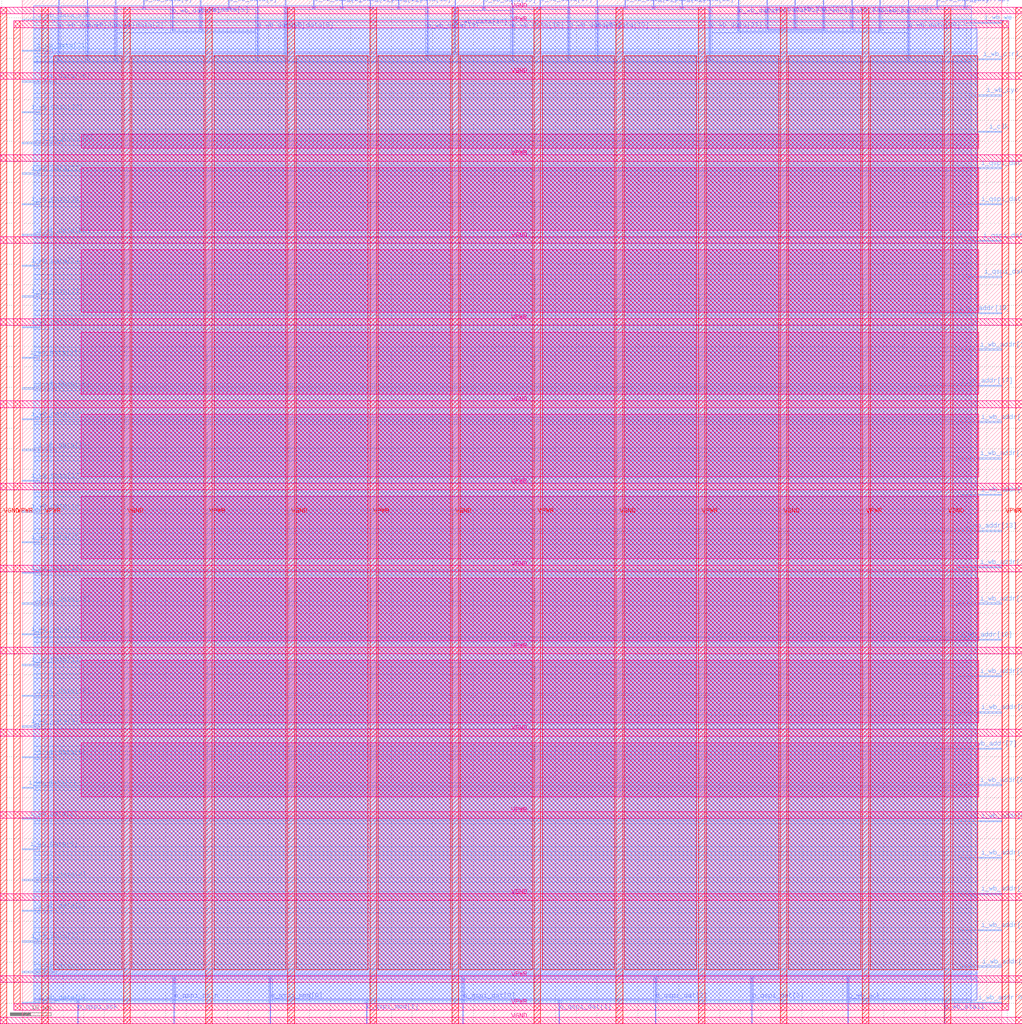
<source format=lef>
VERSION 5.7 ;
  NOWIREEXTENSIONATPIN ON ;
  DIVIDERCHAR "/" ;
  BUSBITCHARS "[]" ;
MACRO wbqspiflash
  CLASS BLOCK ;
  FOREIGN wbqspiflash ;
  ORIGIN 0.000 0.000 ;
  SIZE 238.635 BY 249.355 ;
  PIN VGND
    DIRECTION INOUT ;
    USE GROUND ;
    PORT
      LAYER met4 ;
        RECT -5.380 -0.020 -3.780 247.540 ;
    END
    PORT
      LAYER met5 ;
        RECT -5.380 -0.020 243.660 1.580 ;
    END
    PORT
      LAYER met5 ;
        RECT -5.380 245.940 243.660 247.540 ;
    END
    PORT
      LAYER met4 ;
        RECT 242.060 -0.020 243.660 247.540 ;
    END
    PORT
      LAYER met4 ;
        RECT 24.720 -0.020 26.320 247.540 ;
    END
    PORT
      LAYER met4 ;
        RECT 64.720 -0.020 66.320 247.540 ;
    END
    PORT
      LAYER met4 ;
        RECT 104.720 -0.020 106.320 247.540 ;
    END
    PORT
      LAYER met4 ;
        RECT 144.720 -0.020 146.320 247.540 ;
    END
    PORT
      LAYER met4 ;
        RECT 184.720 -0.020 186.320 247.540 ;
    END
    PORT
      LAYER met4 ;
        RECT 224.720 -0.020 226.320 247.540 ;
    END
    PORT
      LAYER met5 ;
        RECT -5.380 30.080 243.660 31.680 ;
    END
    PORT
      LAYER met5 ;
        RECT -5.380 70.080 243.660 71.680 ;
    END
    PORT
      LAYER met5 ;
        RECT -5.380 110.080 243.660 111.680 ;
    END
    PORT
      LAYER met5 ;
        RECT -5.380 150.080 243.660 151.680 ;
    END
    PORT
      LAYER met5 ;
        RECT -5.380 190.080 243.660 191.680 ;
    END
    PORT
      LAYER met5 ;
        RECT -5.380 230.080 243.660 231.680 ;
    END
  END VGND
  PIN VPWR
    DIRECTION INOUT ;
    USE POWER ;
    PORT
      LAYER met4 ;
        RECT -2.080 3.280 -0.480 244.240 ;
    END
    PORT
      LAYER met5 ;
        RECT -2.080 3.280 240.360 4.880 ;
    END
    PORT
      LAYER met5 ;
        RECT -2.080 242.640 240.360 244.240 ;
    END
    PORT
      LAYER met4 ;
        RECT 238.760 3.280 240.360 244.240 ;
    END
    PORT
      LAYER met4 ;
        RECT 4.720 -0.020 6.320 247.540 ;
    END
    PORT
      LAYER met4 ;
        RECT 44.720 -0.020 46.320 247.540 ;
    END
    PORT
      LAYER met4 ;
        RECT 84.720 -0.020 86.320 247.540 ;
    END
    PORT
      LAYER met4 ;
        RECT 124.720 -0.020 126.320 247.540 ;
    END
    PORT
      LAYER met4 ;
        RECT 164.720 -0.020 166.320 247.540 ;
    END
    PORT
      LAYER met4 ;
        RECT 204.720 -0.020 206.320 247.540 ;
    END
    PORT
      LAYER met5 ;
        RECT -5.380 10.080 243.660 11.680 ;
    END
    PORT
      LAYER met5 ;
        RECT -5.380 50.080 243.660 51.680 ;
    END
    PORT
      LAYER met5 ;
        RECT -5.380 90.080 243.660 91.680 ;
    END
    PORT
      LAYER met5 ;
        RECT -5.380 130.080 243.660 131.680 ;
    END
    PORT
      LAYER met5 ;
        RECT -5.380 170.080 243.660 171.680 ;
    END
    PORT
      LAYER met5 ;
        RECT -5.380 210.080 243.660 211.680 ;
    END
  END VPWR
  PIN i_clk
    DIRECTION INPUT ;
    USE SIGNAL ;
    PORT
      LAYER met3 ;
        RECT 232.460 217.110 238.635 217.410 ;
    END
  END i_clk
  PIN i_qspi_dat[0]
    DIRECTION INPUT ;
    USE SIGNAL ;
    PORT
      LAYER met3 ;
        RECT 229.910 181.750 238.635 182.050 ;
    END
  END i_qspi_dat[0]
  PIN i_qspi_dat[1]
    DIRECTION INPUT ;
    USE SIGNAL ;
    PORT
      LAYER met3 ;
        RECT 229.450 190.590 238.635 190.890 ;
    END
  END i_qspi_dat[1]
  PIN i_qspi_dat[2]
    DIRECTION INPUT ;
    USE SIGNAL ;
    PORT
      LAYER met3 ;
        RECT 228.530 199.430 238.635 199.730 ;
    END
  END i_qspi_dat[2]
  PIN i_qspi_dat[3]
    DIRECTION INPUT ;
    USE SIGNAL ;
    PORT
      LAYER met3 ;
        RECT 228.530 208.270 238.635 208.570 ;
    END
  END i_qspi_dat[3]
  PIN i_wb_addr[0]
    DIRECTION INPUT ;
    USE SIGNAL ;
    PORT
      LAYER met3 ;
        RECT 227.150 4.950 238.635 5.250 ;
    END
  END i_wb_addr[0]
  PIN i_wb_addr[10]
    DIRECTION INPUT ;
    USE SIGNAL ;
    PORT
      LAYER met3 ;
        RECT 218.410 93.350 238.635 93.650 ;
    END
  END i_wb_addr[10]
  PIN i_wb_addr[11]
    DIRECTION INPUT ;
    USE SIGNAL ;
    PORT
      LAYER met3 ;
        RECT 228.070 102.190 238.635 102.490 ;
    END
  END i_wb_addr[11]
  PIN i_wb_addr[12]
    DIRECTION INPUT ;
    USE SIGNAL ;
    PORT
      LAYER met3 ;
        RECT 228.070 111.030 238.635 111.330 ;
    END
  END i_wb_addr[12]
  PIN i_wb_addr[13]
    DIRECTION INPUT ;
    USE SIGNAL ;
    PORT
      LAYER met3 ;
        RECT 220.710 119.870 238.635 120.170 ;
    END
  END i_wb_addr[13]
  PIN i_wb_addr[14]
    DIRECTION INPUT ;
    USE SIGNAL ;
    PORT
      LAYER met3 ;
        RECT 228.530 128.710 238.635 129.010 ;
    END
  END i_wb_addr[14]
  PIN i_wb_addr[15]
    DIRECTION INPUT ;
    USE SIGNAL ;
    PORT
      LAYER met3 ;
        RECT 228.070 137.550 238.635 137.850 ;
    END
  END i_wb_addr[15]
  PIN i_wb_addr[16]
    DIRECTION INPUT ;
    USE SIGNAL ;
    PORT
      LAYER met3 ;
        RECT 228.530 146.390 238.635 146.690 ;
    END
  END i_wb_addr[16]
  PIN i_wb_addr[17]
    DIRECTION INPUT ;
    USE SIGNAL ;
    PORT
      LAYER met3 ;
        RECT 218.870 155.230 238.635 155.530 ;
    END
  END i_wb_addr[17]
  PIN i_wb_addr[18]
    DIRECTION INPUT ;
    USE SIGNAL ;
    PORT
      LAYER met3 ;
        RECT 228.070 164.070 238.635 164.370 ;
    END
  END i_wb_addr[18]
  PIN i_wb_addr[19]
    DIRECTION INPUT ;
    USE SIGNAL ;
    PORT
      LAYER met3 ;
        RECT 217.490 172.910 238.635 173.210 ;
    END
  END i_wb_addr[19]
  PIN i_wb_addr[1]
    DIRECTION INPUT ;
    USE SIGNAL ;
    PORT
      LAYER met3 ;
        RECT 228.990 13.790 238.635 14.090 ;
    END
  END i_wb_addr[1]
  PIN i_wb_addr[2]
    DIRECTION INPUT ;
    USE SIGNAL ;
    PORT
      LAYER met3 ;
        RECT 228.530 22.630 238.635 22.930 ;
    END
  END i_wb_addr[2]
  PIN i_wb_addr[3]
    DIRECTION INPUT ;
    USE SIGNAL ;
    PORT
      LAYER met3 ;
        RECT 228.530 31.470 238.635 31.770 ;
    END
  END i_wb_addr[3]
  PIN i_wb_addr[4]
    DIRECTION INPUT ;
    USE SIGNAL ;
    PORT
      LAYER met3 ;
        RECT 228.530 40.310 238.635 40.610 ;
    END
  END i_wb_addr[4]
  PIN i_wb_addr[5]
    DIRECTION INPUT ;
    USE SIGNAL ;
    PORT
      LAYER met3 ;
        RECT 228.530 49.150 238.635 49.450 ;
    END
  END i_wb_addr[5]
  PIN i_wb_addr[6]
    DIRECTION INPUT ;
    USE SIGNAL ;
    PORT
      LAYER met3 ;
        RECT 228.070 57.990 238.635 58.290 ;
    END
  END i_wb_addr[6]
  PIN i_wb_addr[7]
    DIRECTION INPUT ;
    USE SIGNAL ;
    PORT
      LAYER met3 ;
        RECT 222.550 66.830 238.635 67.130 ;
    END
  END i_wb_addr[7]
  PIN i_wb_addr[8]
    DIRECTION INPUT ;
    USE SIGNAL ;
    PORT
      LAYER met3 ;
        RECT 228.530 75.670 238.635 75.970 ;
    END
  END i_wb_addr[8]
  PIN i_wb_addr[9]
    DIRECTION INPUT ;
    USE SIGNAL ;
    PORT
      LAYER met3 ;
        RECT 228.070 84.510 238.635 84.810 ;
    END
  END i_wb_addr[9]
  PIN i_wb_ctrl_stb
    DIRECTION INPUT ;
    USE SIGNAL ;
    PORT
      LAYER met3 ;
        RECT 229.450 234.790 238.635 235.090 ;
    END
  END i_wb_ctrl_stb
  PIN i_wb_cyc
    DIRECTION INPUT ;
    USE SIGNAL ;
    PORT
      LAYER met3 ;
        RECT 231.290 225.950 238.635 226.250 ;
    END
  END i_wb_cyc
  PIN i_wb_data[0]
    DIRECTION INPUT ;
    USE SIGNAL ;
    PORT
      LAYER met3 ;
        RECT 0.000 4.950 7.910 5.250 ;
    END
  END i_wb_data[0]
  PIN i_wb_data[10]
    DIRECTION INPUT ;
    USE SIGNAL ;
    PORT
      LAYER met3 ;
        RECT 0.000 79.750 7.910 80.050 ;
    END
  END i_wb_data[10]
  PIN i_wb_data[11]
    DIRECTION INPUT ;
    USE SIGNAL ;
    PORT
      LAYER met3 ;
        RECT 0.000 87.230 4.230 87.530 ;
    END
  END i_wb_data[11]
  PIN i_wb_data[12]
    DIRECTION INPUT ;
    USE SIGNAL ;
    PORT
      LAYER met3 ;
        RECT 0.000 94.710 4.230 95.010 ;
    END
  END i_wb_data[12]
  PIN i_wb_data[13]
    DIRECTION INPUT ;
    USE SIGNAL ;
    PORT
      LAYER met3 ;
        RECT 0.000 102.190 7.910 102.490 ;
    END
  END i_wb_data[13]
  PIN i_wb_data[14]
    DIRECTION INPUT ;
    USE SIGNAL ;
    PORT
      LAYER met3 ;
        RECT 0.000 109.670 4.230 109.970 ;
    END
  END i_wb_data[14]
  PIN i_wb_data[15]
    DIRECTION INPUT ;
    USE SIGNAL ;
    PORT
      LAYER met3 ;
        RECT 0.000 117.150 4.230 117.450 ;
    END
  END i_wb_data[15]
  PIN i_wb_data[16]
    DIRECTION INPUT ;
    USE SIGNAL ;
    PORT
      LAYER met3 ;
        RECT 0.000 124.630 4.230 124.930 ;
    END
  END i_wb_data[16]
  PIN i_wb_data[17]
    DIRECTION INPUT ;
    USE SIGNAL ;
    PORT
      LAYER met3 ;
        RECT 0.000 132.110 4.230 132.410 ;
    END
  END i_wb_data[17]
  PIN i_wb_data[18]
    DIRECTION INPUT ;
    USE SIGNAL ;
    PORT
      LAYER met3 ;
        RECT 0.000 139.590 7.910 139.890 ;
    END
  END i_wb_data[18]
  PIN i_wb_data[19]
    DIRECTION INPUT ;
    USE SIGNAL ;
    PORT
      LAYER met3 ;
        RECT 0.000 147.070 4.230 147.370 ;
    END
  END i_wb_data[19]
  PIN i_wb_data[1]
    DIRECTION INPUT ;
    USE SIGNAL ;
    PORT
      LAYER met3 ;
        RECT 0.000 12.430 7.910 12.730 ;
    END
  END i_wb_data[1]
  PIN i_wb_data[20]
    DIRECTION INPUT ;
    USE SIGNAL ;
    PORT
      LAYER met3 ;
        RECT 0.000 154.550 7.910 154.850 ;
    END
  END i_wb_data[20]
  PIN i_wb_data[21]
    DIRECTION INPUT ;
    USE SIGNAL ;
    PORT
      LAYER met3 ;
        RECT 0.000 162.030 3.770 162.330 ;
    END
  END i_wb_data[21]
  PIN i_wb_data[22]
    DIRECTION INPUT ;
    USE SIGNAL ;
    PORT
      LAYER met3 ;
        RECT 0.000 169.510 4.230 169.810 ;
    END
  END i_wb_data[22]
  PIN i_wb_data[23]
    DIRECTION INPUT ;
    USE SIGNAL ;
    PORT
      LAYER met3 ;
        RECT 0.000 176.990 4.230 177.290 ;
    END
  END i_wb_data[23]
  PIN i_wb_data[24]
    DIRECTION INPUT ;
    USE SIGNAL ;
    PORT
      LAYER met3 ;
        RECT 0.000 184.470 4.230 184.770 ;
    END
  END i_wb_data[24]
  PIN i_wb_data[25]
    DIRECTION INPUT ;
    USE SIGNAL ;
    PORT
      LAYER met3 ;
        RECT 0.000 191.950 7.910 192.250 ;
    END
  END i_wb_data[25]
  PIN i_wb_data[26]
    DIRECTION INPUT ;
    USE SIGNAL ;
    PORT
      LAYER met3 ;
        RECT 0.000 199.430 4.230 199.730 ;
    END
  END i_wb_data[26]
  PIN i_wb_data[27]
    DIRECTION INPUT ;
    USE SIGNAL ;
    PORT
      LAYER met3 ;
        RECT 0.000 206.910 4.230 207.210 ;
    END
  END i_wb_data[27]
  PIN i_wb_data[28]
    DIRECTION INPUT ;
    USE SIGNAL ;
    PORT
      LAYER met3 ;
        RECT 0.000 214.390 9.290 214.690 ;
    END
  END i_wb_data[28]
  PIN i_wb_data[29]
    DIRECTION INPUT ;
    USE SIGNAL ;
    PORT
      LAYER met3 ;
        RECT 0.000 221.870 4.230 222.170 ;
    END
  END i_wb_data[29]
  PIN i_wb_data[2]
    DIRECTION INPUT ;
    USE SIGNAL ;
    PORT
      LAYER met3 ;
        RECT 0.000 19.910 4.230 20.210 ;
    END
  END i_wb_data[2]
  PIN i_wb_data[30]
    DIRECTION INPUT ;
    USE SIGNAL ;
    PORT
      LAYER met3 ;
        RECT 0.000 229.350 7.910 229.650 ;
    END
  END i_wb_data[30]
  PIN i_wb_data[31]
    DIRECTION INPUT ;
    USE SIGNAL ;
    PORT
      LAYER met3 ;
        RECT 0.000 236.830 6.990 237.130 ;
    END
  END i_wb_data[31]
  PIN i_wb_data[3]
    DIRECTION INPUT ;
    USE SIGNAL ;
    PORT
      LAYER met3 ;
        RECT 0.000 27.390 7.910 27.690 ;
    END
  END i_wb_data[3]
  PIN i_wb_data[4]
    DIRECTION INPUT ;
    USE SIGNAL ;
    PORT
      LAYER met3 ;
        RECT 0.000 34.870 7.910 35.170 ;
    END
  END i_wb_data[4]
  PIN i_wb_data[5]
    DIRECTION INPUT ;
    USE SIGNAL ;
    PORT
      LAYER met3 ;
        RECT 0.000 42.350 3.770 42.650 ;
    END
  END i_wb_data[5]
  PIN i_wb_data[6]
    DIRECTION INPUT ;
    USE SIGNAL ;
    PORT
      LAYER met3 ;
        RECT 0.000 49.830 3.770 50.130 ;
    END
  END i_wb_data[6]
  PIN i_wb_data[7]
    DIRECTION INPUT ;
    USE SIGNAL ;
    PORT
      LAYER met3 ;
        RECT 0.000 57.310 2.850 57.610 ;
    END
  END i_wb_data[7]
  PIN i_wb_data[8]
    DIRECTION INPUT ;
    USE SIGNAL ;
    PORT
      LAYER met3 ;
        RECT 0.000 64.790 7.910 65.090 ;
    END
  END i_wb_data[8]
  PIN i_wb_data[9]
    DIRECTION INPUT ;
    USE SIGNAL ;
    PORT
      LAYER met3 ;
        RECT 0.000 72.270 4.230 72.570 ;
    END
  END i_wb_data[9]
  PIN i_wb_data_stb
    DIRECTION INPUT ;
    USE SIGNAL ;
    PORT
      LAYER met3 ;
        RECT 0.000 244.310 7.450 244.610 ;
    END
  END i_wb_data_stb
  PIN i_wb_we
    DIRECTION INPUT ;
    USE SIGNAL ;
    PORT
      LAYER met3 ;
        RECT 229.910 243.630 238.635 243.930 ;
    END
  END i_wb_we
  PIN o_interrupt
    DIRECTION OUTPUT TRISTATE ;
    USE SIGNAL ;
    PORT
      LAYER met2 ;
        RECT 229.700 247.355 229.840 249.355 ;
    END
  END o_interrupt
  PIN o_qspi_cs_n
    DIRECTION OUTPUT TRISTATE ;
    USE SIGNAL ;
    PORT
      LAYER met2 ;
        RECT 36.960 0.000 37.100 11.260 ;
    END
  END o_qspi_cs_n
  PIN o_qspi_dat[0]
    DIRECTION OUTPUT TRISTATE ;
    USE SIGNAL ;
    PORT
      LAYER met2 ;
        RECT 107.340 0.000 107.480 11.260 ;
    END
  END o_qspi_dat[0]
  PIN o_qspi_dat[1]
    DIRECTION OUTPUT TRISTATE ;
    USE SIGNAL ;
    PORT
      LAYER met2 ;
        RECT 130.800 0.000 130.940 5.850 ;
    END
  END o_qspi_dat[1]
  PIN o_qspi_dat[2]
    DIRECTION OUTPUT TRISTATE ;
    USE SIGNAL ;
    PORT
      LAYER met2 ;
        RECT 154.260 0.000 154.400 11.260 ;
    END
  END o_qspi_dat[2]
  PIN o_qspi_dat[3]
    DIRECTION OUTPUT TRISTATE ;
    USE SIGNAL ;
    PORT
      LAYER met2 ;
        RECT 177.720 0.000 177.860 11.260 ;
    END
  END o_qspi_dat[3]
  PIN o_qspi_mod[0]
    DIRECTION OUTPUT TRISTATE ;
    USE SIGNAL ;
    PORT
      LAYER met2 ;
        RECT 60.420 0.000 60.560 11.260 ;
    END
  END o_qspi_mod[0]
  PIN o_qspi_mod[1]
    DIRECTION OUTPUT TRISTATE ;
    USE SIGNAL ;
    PORT
      LAYER met2 ;
        RECT 83.880 0.000 84.020 5.820 ;
    END
  END o_qspi_mod[1]
  PIN o_qspi_sck
    DIRECTION OUTPUT TRISTATE ;
    USE SIGNAL ;
    PORT
      LAYER met2 ;
        RECT 13.500 0.000 13.640 5.850 ;
    END
  END o_qspi_sck
  PIN o_wb_ack
    DIRECTION OUTPUT TRISTATE ;
    USE SIGNAL ;
    PORT
      LAYER met2 ;
        RECT 201.180 0.000 201.320 11.260 ;
    END
  END o_wb_ack
  PIN o_wb_data[0]
    DIRECTION OUTPUT TRISTATE ;
    USE SIGNAL ;
    PORT
      LAYER met2 ;
        RECT 8.900 234.560 9.040 249.355 ;
    END
  END o_wb_data[0]
  PIN o_wb_data[10]
    DIRECTION OUTPUT TRISTATE ;
    USE SIGNAL ;
    PORT
      LAYER met2 ;
        RECT 77.900 247.355 78.040 249.355 ;
    END
  END o_wb_data[10]
  PIN o_wb_data[11]
    DIRECTION OUTPUT TRISTATE ;
    USE SIGNAL ;
    PORT
      LAYER met2 ;
        RECT 84.800 247.355 84.940 249.355 ;
    END
  END o_wb_data[11]
  PIN o_wb_data[12]
    DIRECTION OUTPUT TRISTATE ;
    USE SIGNAL ;
    PORT
      LAYER met2 ;
        RECT 91.700 247.355 91.840 249.355 ;
    END
  END o_wb_data[12]
  PIN o_wb_data[13]
    DIRECTION OUTPUT TRISTATE ;
    USE SIGNAL ;
    PORT
      LAYER met2 ;
        RECT 98.600 234.360 98.740 249.355 ;
    END
  END o_wb_data[13]
  PIN o_wb_data[14]
    DIRECTION OUTPUT TRISTATE ;
    USE SIGNAL ;
    PORT
      LAYER met2 ;
        RECT 105.500 236.260 105.640 249.355 ;
    END
  END o_wb_data[14]
  PIN o_wb_data[15]
    DIRECTION OUTPUT TRISTATE ;
    USE SIGNAL ;
    PORT
      LAYER met2 ;
        RECT 112.400 247.110 112.540 249.355 ;
    END
  END o_wb_data[15]
  PIN o_wb_data[16]
    DIRECTION OUTPUT TRISTATE ;
    USE SIGNAL ;
    PORT
      LAYER met2 ;
        RECT 119.300 234.560 119.440 249.355 ;
    END
  END o_wb_data[16]
  PIN o_wb_data[17]
    DIRECTION OUTPUT TRISTATE ;
    USE SIGNAL ;
    PORT
      LAYER met2 ;
        RECT 126.200 247.355 126.340 249.355 ;
    END
  END o_wb_data[17]
  PIN o_wb_data[18]
    DIRECTION OUTPUT TRISTATE ;
    USE SIGNAL ;
    PORT
      LAYER met2 ;
        RECT 133.100 234.560 133.240 249.355 ;
    END
  END o_wb_data[18]
  PIN o_wb_data[19]
    DIRECTION OUTPUT TRISTATE ;
    USE SIGNAL ;
    PORT
      LAYER met2 ;
        RECT 140.000 234.560 140.140 249.355 ;
    END
  END o_wb_data[19]
  PIN o_wb_data[1]
    DIRECTION OUTPUT TRISTATE ;
    USE SIGNAL ;
    PORT
      LAYER met2 ;
        RECT 15.800 234.560 15.940 249.355 ;
    END
  END o_wb_data[1]
  PIN o_wb_data[20]
    DIRECTION OUTPUT TRISTATE ;
    USE SIGNAL ;
    PORT
      LAYER met2 ;
        RECT 146.900 247.355 147.040 249.355 ;
    END
  END o_wb_data[20]
  PIN o_wb_data[21]
    DIRECTION OUTPUT TRISTATE ;
    USE SIGNAL ;
    PORT
      LAYER met2 ;
        RECT 153.800 247.355 153.940 249.355 ;
    END
  END o_wb_data[21]
  PIN o_wb_data[22]
    DIRECTION OUTPUT TRISTATE ;
    USE SIGNAL ;
    PORT
      LAYER met2 ;
        RECT 160.700 247.355 160.840 249.355 ;
    END
  END o_wb_data[22]
  PIN o_wb_data[23]
    DIRECTION OUTPUT TRISTATE ;
    USE SIGNAL ;
    PORT
      LAYER met2 ;
        RECT 167.600 234.560 167.740 249.355 ;
    END
  END o_wb_data[23]
  PIN o_wb_data[24]
    DIRECTION OUTPUT TRISTATE ;
    USE SIGNAL ;
    PORT
      LAYER met2 ;
        RECT 174.500 241.700 174.640 249.355 ;
    END
  END o_wb_data[24]
  PIN o_wb_data[25]
    DIRECTION OUTPUT TRISTATE ;
    USE SIGNAL ;
    PORT
      LAYER met2 ;
        RECT 181.400 242.040 181.540 249.355 ;
    END
  END o_wb_data[25]
  PIN o_wb_data[26]
    DIRECTION OUTPUT TRISTATE ;
    USE SIGNAL ;
    PORT
      LAYER met2 ;
        RECT 188.300 242.380 188.440 249.355 ;
    END
  END o_wb_data[26]
  PIN o_wb_data[27]
    DIRECTION OUTPUT TRISTATE ;
    USE SIGNAL ;
    PORT
      LAYER met2 ;
        RECT 195.200 241.700 195.340 249.355 ;
    END
  END o_wb_data[27]
  PIN o_wb_data[28]
    DIRECTION OUTPUT TRISTATE ;
    USE SIGNAL ;
    PORT
      LAYER met2 ;
        RECT 202.100 242.040 202.240 249.355 ;
    END
  END o_wb_data[28]
  PIN o_wb_data[29]
    DIRECTION OUTPUT TRISTATE ;
    USE SIGNAL ;
    PORT
      LAYER met2 ;
        RECT 209.000 241.700 209.140 249.355 ;
    END
  END o_wb_data[29]
  PIN o_wb_data[2]
    DIRECTION OUTPUT TRISTATE ;
    USE SIGNAL ;
    PORT
      LAYER met2 ;
        RECT 22.700 234.560 22.840 249.355 ;
    END
  END o_wb_data[2]
  PIN o_wb_data[30]
    DIRECTION OUTPUT TRISTATE ;
    USE SIGNAL ;
    PORT
      LAYER met2 ;
        RECT 215.900 234.560 216.040 249.355 ;
    END
  END o_wb_data[30]
  PIN o_wb_data[31]
    DIRECTION OUTPUT TRISTATE ;
    USE SIGNAL ;
    PORT
      LAYER met2 ;
        RECT 222.800 247.355 222.940 249.355 ;
    END
  END o_wb_data[31]
  PIN o_wb_data[3]
    DIRECTION OUTPUT TRISTATE ;
    USE SIGNAL ;
    PORT
      LAYER met2 ;
        RECT 29.600 247.355 29.740 249.355 ;
    END
  END o_wb_data[3]
  PIN o_wb_data[4]
    DIRECTION OUTPUT TRISTATE ;
    USE SIGNAL ;
    PORT
      LAYER met2 ;
        RECT 36.500 241.700 36.640 249.355 ;
    END
  END o_wb_data[4]
  PIN o_wb_data[5]
    DIRECTION OUTPUT TRISTATE ;
    USE SIGNAL ;
    PORT
      LAYER met2 ;
        RECT 43.400 242.040 43.540 249.355 ;
    END
  END o_wb_data[5]
  PIN o_wb_data[6]
    DIRECTION OUTPUT TRISTATE ;
    USE SIGNAL ;
    PORT
      LAYER met2 ;
        RECT 50.300 247.355 50.440 249.355 ;
    END
  END o_wb_data[6]
  PIN o_wb_data[7]
    DIRECTION OUTPUT TRISTATE ;
    USE SIGNAL ;
    PORT
      LAYER met2 ;
        RECT 57.200 234.560 57.340 249.355 ;
    END
  END o_wb_data[7]
  PIN o_wb_data[8]
    DIRECTION OUTPUT TRISTATE ;
    USE SIGNAL ;
    PORT
      LAYER met2 ;
        RECT 64.100 234.560 64.240 249.355 ;
    END
  END o_wb_data[8]
  PIN o_wb_data[9]
    DIRECTION OUTPUT TRISTATE ;
    USE SIGNAL ;
    PORT
      LAYER met2 ;
        RECT 71.000 247.355 71.140 249.355 ;
    END
  END o_wb_data[9]
  PIN o_wb_stall
    DIRECTION OUTPUT TRISTATE ;
    USE SIGNAL ;
    PORT
      LAYER met2 ;
        RECT 224.640 0.000 224.780 5.850 ;
    END
  END o_wb_stall
  OBS
      LAYER li1 ;
        RECT 5.520 10.795 232.760 236.725 ;
      LAYER met1 ;
        RECT 2.830 5.820 232.760 242.380 ;
      LAYER met2 ;
        RECT 2.850 234.280 8.620 247.930 ;
        RECT 9.320 234.280 15.520 247.930 ;
        RECT 16.220 234.280 22.420 247.930 ;
        RECT 23.120 247.075 29.320 247.930 ;
        RECT 30.020 247.075 36.220 247.930 ;
        RECT 23.120 241.420 36.220 247.075 ;
        RECT 36.920 241.760 43.120 247.930 ;
        RECT 43.820 247.075 50.020 247.930 ;
        RECT 50.720 247.075 56.920 247.930 ;
        RECT 43.820 241.760 56.920 247.075 ;
        RECT 36.920 241.420 56.920 241.760 ;
        RECT 23.120 234.280 56.920 241.420 ;
        RECT 57.620 234.280 63.820 247.930 ;
        RECT 64.520 247.075 70.720 247.930 ;
        RECT 71.420 247.075 77.620 247.930 ;
        RECT 78.320 247.075 84.520 247.930 ;
        RECT 85.220 247.075 91.420 247.930 ;
        RECT 92.120 247.075 98.320 247.930 ;
        RECT 64.520 234.280 98.320 247.075 ;
        RECT 2.850 234.080 98.320 234.280 ;
        RECT 99.020 235.980 105.220 247.930 ;
        RECT 105.920 246.830 112.120 247.930 ;
        RECT 112.820 246.830 119.020 247.930 ;
        RECT 105.920 235.980 119.020 246.830 ;
        RECT 99.020 234.280 119.020 235.980 ;
        RECT 119.720 247.075 125.920 247.930 ;
        RECT 126.620 247.075 132.820 247.930 ;
        RECT 119.720 234.280 132.820 247.075 ;
        RECT 133.520 234.280 139.720 247.930 ;
        RECT 140.420 247.075 146.620 247.930 ;
        RECT 147.320 247.075 153.520 247.930 ;
        RECT 154.220 247.075 160.420 247.930 ;
        RECT 161.120 247.075 167.320 247.930 ;
        RECT 140.420 234.280 167.320 247.075 ;
        RECT 168.020 241.420 174.220 247.930 ;
        RECT 174.920 241.760 181.120 247.930 ;
        RECT 181.820 242.100 188.020 247.930 ;
        RECT 188.720 242.100 194.920 247.930 ;
        RECT 181.820 241.760 194.920 242.100 ;
        RECT 174.920 241.420 194.920 241.760 ;
        RECT 195.620 241.760 201.820 247.930 ;
        RECT 202.520 241.760 208.720 247.930 ;
        RECT 195.620 241.420 208.720 241.760 ;
        RECT 209.420 241.420 215.620 247.930 ;
        RECT 168.020 234.280 215.620 241.420 ;
        RECT 216.320 247.075 222.520 247.930 ;
        RECT 223.220 247.075 229.420 247.930 ;
        RECT 230.120 247.075 231.290 247.930 ;
        RECT 216.320 234.280 231.290 247.075 ;
        RECT 99.020 234.080 231.290 234.280 ;
        RECT 2.850 11.540 231.290 234.080 ;
        RECT 2.850 6.130 36.680 11.540 ;
        RECT 2.850 4.915 13.220 6.130 ;
        RECT 13.920 4.915 36.680 6.130 ;
        RECT 37.380 4.915 60.140 11.540 ;
        RECT 60.840 6.100 107.060 11.540 ;
        RECT 60.840 4.915 83.600 6.100 ;
        RECT 84.300 4.915 107.060 6.100 ;
        RECT 107.760 6.130 153.980 11.540 ;
        RECT 107.760 4.915 130.520 6.130 ;
        RECT 131.220 4.915 153.980 6.130 ;
        RECT 154.680 4.915 177.440 11.540 ;
        RECT 178.140 4.915 200.900 11.540 ;
        RECT 201.600 6.130 231.290 11.540 ;
        RECT 201.600 4.915 224.360 6.130 ;
        RECT 225.060 4.915 231.290 6.130 ;
      LAYER met3 ;
        RECT 7.850 244.330 232.490 244.625 ;
        RECT 7.850 243.910 229.510 244.330 ;
        RECT 2.825 243.230 229.510 243.910 ;
        RECT 2.825 237.530 232.490 243.230 ;
        RECT 7.390 236.430 232.490 237.530 ;
        RECT 2.825 235.490 232.490 236.430 ;
        RECT 2.825 234.390 229.050 235.490 ;
        RECT 2.825 230.050 232.490 234.390 ;
        RECT 8.310 228.950 232.490 230.050 ;
        RECT 2.825 226.650 232.490 228.950 ;
        RECT 2.825 225.550 230.890 226.650 ;
        RECT 2.825 222.570 232.490 225.550 ;
        RECT 4.630 221.470 232.490 222.570 ;
        RECT 2.825 217.810 232.490 221.470 ;
        RECT 2.825 216.710 232.060 217.810 ;
        RECT 2.825 215.090 232.490 216.710 ;
        RECT 9.690 213.990 232.490 215.090 ;
        RECT 2.825 208.970 232.490 213.990 ;
        RECT 2.825 207.870 228.130 208.970 ;
        RECT 2.825 207.610 232.490 207.870 ;
        RECT 4.630 206.510 232.490 207.610 ;
        RECT 2.825 200.130 232.490 206.510 ;
        RECT 4.630 199.030 228.130 200.130 ;
        RECT 2.825 192.650 232.490 199.030 ;
        RECT 8.310 191.550 232.490 192.650 ;
        RECT 2.825 191.290 232.490 191.550 ;
        RECT 2.825 190.190 229.050 191.290 ;
        RECT 2.825 185.170 232.490 190.190 ;
        RECT 4.630 184.070 232.490 185.170 ;
        RECT 2.825 182.450 232.490 184.070 ;
        RECT 2.825 181.350 229.510 182.450 ;
        RECT 2.825 177.690 232.490 181.350 ;
        RECT 4.630 176.590 232.490 177.690 ;
        RECT 2.825 173.610 232.490 176.590 ;
        RECT 2.825 172.510 217.090 173.610 ;
        RECT 2.825 170.210 232.490 172.510 ;
        RECT 4.630 169.110 232.490 170.210 ;
        RECT 2.825 164.770 232.490 169.110 ;
        RECT 2.825 163.670 227.670 164.770 ;
        RECT 2.825 162.730 232.490 163.670 ;
        RECT 4.170 161.630 232.490 162.730 ;
        RECT 2.825 155.930 232.490 161.630 ;
        RECT 2.825 155.250 218.470 155.930 ;
        RECT 8.310 154.830 218.470 155.250 ;
        RECT 8.310 154.150 232.490 154.830 ;
        RECT 2.825 147.770 232.490 154.150 ;
        RECT 4.630 147.090 232.490 147.770 ;
        RECT 4.630 146.670 228.130 147.090 ;
        RECT 2.825 145.990 228.130 146.670 ;
        RECT 2.825 140.290 232.490 145.990 ;
        RECT 8.310 139.190 232.490 140.290 ;
        RECT 2.825 138.250 232.490 139.190 ;
        RECT 2.825 137.150 227.670 138.250 ;
        RECT 2.825 132.810 232.490 137.150 ;
        RECT 4.630 131.710 232.490 132.810 ;
        RECT 2.825 129.410 232.490 131.710 ;
        RECT 2.825 128.310 228.130 129.410 ;
        RECT 2.825 125.330 232.490 128.310 ;
        RECT 4.630 124.230 232.490 125.330 ;
        RECT 2.825 120.570 232.490 124.230 ;
        RECT 2.825 119.470 220.310 120.570 ;
        RECT 2.825 117.850 232.490 119.470 ;
        RECT 4.630 116.750 232.490 117.850 ;
        RECT 2.825 111.730 232.490 116.750 ;
        RECT 2.825 110.630 227.670 111.730 ;
        RECT 2.825 110.370 232.490 110.630 ;
        RECT 4.630 109.270 232.490 110.370 ;
        RECT 2.825 102.890 232.490 109.270 ;
        RECT 8.310 101.790 227.670 102.890 ;
        RECT 2.825 95.410 232.490 101.790 ;
        RECT 4.630 94.310 232.490 95.410 ;
        RECT 2.825 94.050 232.490 94.310 ;
        RECT 2.825 92.950 218.010 94.050 ;
        RECT 2.825 87.930 232.490 92.950 ;
        RECT 4.630 86.830 232.490 87.930 ;
        RECT 2.825 85.210 232.490 86.830 ;
        RECT 2.825 84.110 227.670 85.210 ;
        RECT 2.825 80.450 232.490 84.110 ;
        RECT 8.310 79.350 232.490 80.450 ;
        RECT 2.825 76.370 232.490 79.350 ;
        RECT 2.825 75.270 228.130 76.370 ;
        RECT 2.825 72.970 232.490 75.270 ;
        RECT 4.630 71.870 232.490 72.970 ;
        RECT 2.825 67.530 232.490 71.870 ;
        RECT 2.825 66.430 222.150 67.530 ;
        RECT 2.825 65.490 232.490 66.430 ;
        RECT 8.310 64.390 232.490 65.490 ;
        RECT 2.825 58.690 232.490 64.390 ;
        RECT 2.825 58.010 227.670 58.690 ;
        RECT 3.250 57.590 227.670 58.010 ;
        RECT 3.250 56.910 232.490 57.590 ;
        RECT 2.825 50.530 232.490 56.910 ;
        RECT 4.170 49.850 232.490 50.530 ;
        RECT 4.170 49.430 228.130 49.850 ;
        RECT 2.825 48.750 228.130 49.430 ;
        RECT 2.825 43.050 232.490 48.750 ;
        RECT 4.170 41.950 232.490 43.050 ;
        RECT 2.825 41.010 232.490 41.950 ;
        RECT 2.825 39.910 228.130 41.010 ;
        RECT 2.825 35.570 232.490 39.910 ;
        RECT 8.310 34.470 232.490 35.570 ;
        RECT 2.825 32.170 232.490 34.470 ;
        RECT 2.825 31.070 228.130 32.170 ;
        RECT 2.825 28.090 232.490 31.070 ;
        RECT 8.310 26.990 232.490 28.090 ;
        RECT 2.825 23.330 232.490 26.990 ;
        RECT 2.825 22.230 228.130 23.330 ;
        RECT 2.825 20.610 232.490 22.230 ;
        RECT 4.630 19.510 232.490 20.610 ;
        RECT 2.825 14.490 232.490 19.510 ;
        RECT 2.825 13.390 228.590 14.490 ;
        RECT 2.825 13.130 232.490 13.390 ;
        RECT 8.310 12.030 232.490 13.130 ;
        RECT 2.825 5.650 232.490 12.030 ;
        RECT 8.310 4.935 226.750 5.650 ;
      LAYER met4 ;
        RECT 7.655 13.095 24.320 235.785 ;
        RECT 26.720 13.095 44.320 235.785 ;
        RECT 46.720 13.095 64.320 235.785 ;
        RECT 66.720 13.095 84.320 235.785 ;
        RECT 86.720 13.095 104.320 235.785 ;
        RECT 106.720 13.095 124.320 235.785 ;
        RECT 126.720 13.095 144.320 235.785 ;
        RECT 146.720 13.095 164.320 235.785 ;
        RECT 166.720 13.095 184.320 235.785 ;
        RECT 186.720 13.095 204.320 235.785 ;
        RECT 206.720 13.095 224.320 235.785 ;
        RECT 226.720 13.095 232.890 235.785 ;
      LAYER met5 ;
        RECT 14.380 213.280 233.100 216.700 ;
        RECT 14.380 193.280 233.100 208.480 ;
        RECT 14.380 173.280 233.100 188.480 ;
        RECT 14.380 153.280 233.100 168.480 ;
        RECT 14.380 133.280 233.100 148.480 ;
        RECT 14.380 113.280 233.100 128.480 ;
        RECT 14.380 93.280 233.100 108.480 ;
        RECT 14.380 73.280 233.100 88.480 ;
        RECT 14.380 55.300 233.100 68.480 ;
  END
END wbqspiflash
END LIBRARY


</source>
